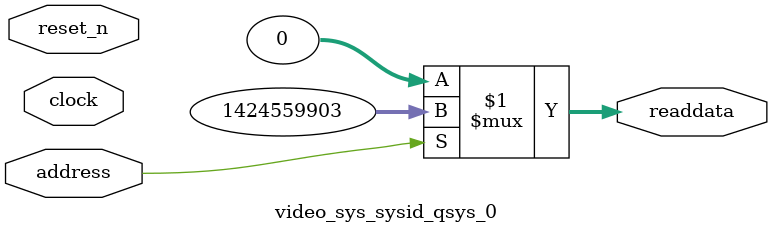
<source format=v>
module video_sys_sysid_qsys_0 (
                address,
                clock,
                reset_n,
                readdata
             )
;
  output  [ 31: 0] readdata;
  input            address;
  input            clock;
  input            reset_n;
  wire    [ 31: 0] readdata;
  assign readdata = address ? 1424559903 : 0;
endmodule
</source>
